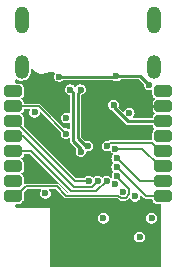
<source format=gbr>
%TF.GenerationSoftware,KiCad,Pcbnew,7.0.6*%
%TF.CreationDate,2023-09-20T23:26:58+02:00*%
%TF.ProjectId,epi_ESP32 (2023_01_16 13_30_41 UTC),6570695f-4553-4503-9332-202832303233,1_1*%
%TF.SameCoordinates,Original*%
%TF.FileFunction,Copper,L4,Bot*%
%TF.FilePolarity,Positive*%
%FSLAX46Y46*%
G04 Gerber Fmt 4.6, Leading zero omitted, Abs format (unit mm)*
G04 Created by KiCad (PCBNEW 7.0.6) date 2023-09-20 23:26:58*
%MOMM*%
%LPD*%
G01*
G04 APERTURE LIST*
G04 Aperture macros list*
%AMRoundRect*
0 Rectangle with rounded corners*
0 $1 Rounding radius*
0 $2 $3 $4 $5 $6 $7 $8 $9 X,Y pos of 4 corners*
0 Add a 4 corners polygon primitive as box body*
4,1,4,$2,$3,$4,$5,$6,$7,$8,$9,$2,$3,0*
0 Add four circle primitives for the rounded corners*
1,1,$1+$1,$2,$3*
1,1,$1+$1,$4,$5*
1,1,$1+$1,$6,$7*
1,1,$1+$1,$8,$9*
0 Add four rect primitives between the rounded corners*
20,1,$1+$1,$2,$3,$4,$5,0*
20,1,$1+$1,$4,$5,$6,$7,0*
20,1,$1+$1,$6,$7,$8,$9,0*
20,1,$1+$1,$8,$9,$2,$3,0*%
G04 Aperture macros list end*
%TA.AperFunction,ComponentPad*%
%ADD10O,1.200000X2.000000*%
%TD*%
%TA.AperFunction,ComponentPad*%
%ADD11O,1.200000X2.300000*%
%TD*%
%TA.AperFunction,ComponentPad*%
%ADD12RoundRect,0.250000X-0.500000X-0.250000X0.500000X-0.250000X0.500000X0.250000X-0.500000X0.250000X0*%
%TD*%
%TA.AperFunction,ViaPad*%
%ADD13C,0.600000*%
%TD*%
%TA.AperFunction,Conductor*%
%ADD14C,0.130000*%
%TD*%
%TA.AperFunction,Conductor*%
%ADD15C,0.250000*%
%TD*%
%TA.AperFunction,Conductor*%
%ADD16C,0.230000*%
%TD*%
G04 APERTURE END LIST*
D10*
%TO.P,J3,S1,SHIELD*%
%TO.N,unconnected-(J3-SHIELD-PadS1)*%
X109840000Y-55105000D03*
D11*
X109840000Y-51105000D03*
D10*
X98640000Y-55105000D03*
D11*
X98640000Y-51105000D03*
%TD*%
D12*
%TO.P,J2,1,Pin_1*%
%TO.N,+3.3V*%
X110592518Y-57150000D03*
%TO.P,J2,2,Pin_2*%
%TO.N,GND*%
X110592518Y-58420000D03*
%TO.P,J2,3,Pin_3*%
%TO.N,VCC*%
X110592518Y-59690000D03*
%TO.P,J2,4,Pin_4*%
%TO.N,EN*%
X110592518Y-60960000D03*
%TO.P,J2,5,Pin_5*%
%TO.N,BOOT*%
X110592518Y-62230000D03*
%TO.P,J2,6,Pin_6*%
%TO.N,IO8*%
X110592518Y-63500000D03*
%TO.P,J2,7,Pin_7*%
%TO.N,IO7*%
X110592518Y-64770000D03*
%TO.P,J2,8,Pin_8*%
%TO.N,IO6*%
X110592518Y-66040000D03*
%TD*%
%TO.P,J1,1,Pin_1*%
%TO.N,U0TXD*%
X97892518Y-57150000D03*
%TO.P,J1,2,Pin_2*%
%TO.N,U0RXD*%
X97892518Y-58420000D03*
%TO.P,J1,3,Pin_3*%
%TO.N,IO0*%
X97892518Y-59690000D03*
%TO.P,J1,4,Pin_4*%
%TO.N,IO1*%
X97892518Y-60960000D03*
%TO.P,J1,5,Pin_5*%
%TO.N,IO2*%
X97892518Y-62230000D03*
%TO.P,J1,6,Pin_6*%
%TO.N,IO3*%
X97892518Y-63500000D03*
%TO.P,J1,7,Pin_7*%
%TO.N,IO4*%
X97892518Y-64770000D03*
%TO.P,J1,8,Pin_8*%
%TO.N,IO5*%
X97892518Y-66040000D03*
%TD*%
D13*
%TO.N,BOOT*%
X108600000Y-69500000D03*
%TO.N,GND*%
X105220036Y-63300000D03*
X109000000Y-71700000D03*
X109800000Y-71700000D03*
X106600000Y-71700000D03*
X108200000Y-71700000D03*
X107400000Y-71700000D03*
%TO.N,IO0*%
X104305281Y-64731900D03*
%TO.N,IO1*%
X105054574Y-64749607D03*
%TO.N,IO2*%
X105804067Y-64745775D03*
%TO.N,+5V*%
X109420036Y-56600000D03*
X106640000Y-55855000D03*
X101820036Y-55900000D03*
%TO.N,GND*%
X103520036Y-70800000D03*
X103120036Y-68000000D03*
X104195036Y-59400000D03*
X105020036Y-71700000D03*
X104720036Y-62800000D03*
X104120036Y-66617081D03*
X98920036Y-66700000D03*
X99220036Y-63500000D03*
X104320036Y-67300000D03*
X104220036Y-71700000D03*
X101320036Y-71200000D03*
X101320036Y-68300000D03*
X102820036Y-67300000D03*
X102620036Y-71700000D03*
X105820036Y-71700000D03*
X104620036Y-69600000D03*
X104220036Y-70400000D03*
X104720036Y-68000000D03*
X102300000Y-69400000D03*
X107420036Y-56500000D03*
X99720036Y-66700000D03*
X105720036Y-63800000D03*
X104820036Y-68800000D03*
X101232134Y-62037902D03*
X105720036Y-62800000D03*
X101820036Y-71700000D03*
X102820036Y-66500000D03*
X101320036Y-66710000D03*
X108985500Y-66900000D03*
X104720036Y-63800000D03*
X100520036Y-66700000D03*
X100020036Y-56100000D03*
X101320036Y-67500000D03*
X106920036Y-67000000D03*
X103420036Y-71700000D03*
X101320036Y-69100000D03*
%TO.N,+3.3V*%
X102405536Y-59400000D03*
X105540036Y-67900000D03*
X109620036Y-67900000D03*
X107720036Y-59000000D03*
X100635036Y-65800000D03*
%TO.N,IO3*%
X107220036Y-65666775D03*
%TO.N,D+*%
X102720036Y-57000000D03*
X103642889Y-62251013D03*
%TO.N,D-*%
X104232169Y-61787867D03*
X103620036Y-57000000D03*
%TO.N,IO4*%
X108223832Y-66040684D03*
%TO.N,IO8*%
X106562914Y-62029500D03*
%TO.N,IO5*%
X106694275Y-64312553D03*
%TO.N,EN*%
X106501815Y-65036924D03*
%TO.N,BOOT*%
X105851172Y-61779520D03*
%TO.N,U0RXD*%
X102370036Y-60725000D03*
%TO.N,IO7*%
X106669536Y-62808045D03*
%TO.N,IO6*%
X106669536Y-63557548D03*
%TO.N,VCC*%
X106400000Y-58300000D03*
X99720036Y-58934500D03*
%TD*%
D14*
%TO.N,IO0*%
X103165210Y-64731900D02*
X98156545Y-59723235D01*
X104305281Y-64731900D02*
X103165210Y-64731900D01*
X98156545Y-59723235D02*
X98156545Y-59689926D01*
%TO.N,IO2*%
X102797990Y-65600000D02*
X99427916Y-62229926D01*
X104949842Y-65600000D02*
X102797990Y-65600000D01*
X105804067Y-64745775D02*
X104949842Y-65600000D01*
X99427916Y-62229926D02*
X98157254Y-62229926D01*
%TO.N,IO7*%
X106669536Y-62808045D02*
X108631907Y-64770416D01*
X108631907Y-64770416D02*
X110342672Y-64770416D01*
%TO.N,IO6*%
X109152400Y-66040412D02*
X110344786Y-66040412D01*
X106669536Y-63557548D02*
X109152400Y-66040412D01*
%TO.N,IO5*%
X99013317Y-65185000D02*
X98158317Y-66040000D01*
X101585000Y-65185000D02*
X99013317Y-65185000D01*
X102385000Y-65985000D02*
X101585000Y-65185000D01*
X107006716Y-66181775D02*
X106809941Y-65985000D01*
X106809941Y-65985000D02*
X102385000Y-65985000D01*
X107735036Y-65453455D02*
X107735036Y-65880095D01*
X107433356Y-66181775D02*
X107006716Y-66181775D01*
X106694275Y-64412694D02*
X107735036Y-65453455D01*
X107735036Y-65880095D02*
X107433356Y-66181775D01*
X106694275Y-64312553D02*
X106694275Y-64412694D01*
D15*
%TO.N,VCC*%
X107597348Y-59690485D02*
X110273425Y-59690485D01*
X106400000Y-58300000D02*
X106400000Y-58493137D01*
X106400000Y-58493137D02*
X107597348Y-59690485D01*
D14*
%TO.N,IO8*%
X110320455Y-63500419D02*
X110340558Y-63500419D01*
X108849536Y-62029500D02*
X110320455Y-63500419D01*
X106562914Y-62029500D02*
X108849536Y-62029500D01*
%TO.N,BOOT*%
X109620036Y-61500000D02*
X110250459Y-62130423D01*
X105851172Y-61779520D02*
X106130692Y-61500000D01*
X106130692Y-61500000D02*
X109620036Y-61500000D01*
%TO.N,IO1*%
X98755906Y-60959926D02*
X98156900Y-60959926D01*
X103042880Y-65246900D02*
X98755906Y-60959926D01*
X105054574Y-64749607D02*
X104557281Y-65246900D01*
X104557281Y-65246900D02*
X103042880Y-65246900D01*
D15*
%TO.N,+5V*%
X101820036Y-55900000D02*
X106595000Y-55900000D01*
X108675036Y-55855000D02*
X106640000Y-55855000D01*
X109420036Y-56600000D02*
X108675036Y-55855000D01*
X106595000Y-55900000D02*
X106640000Y-55855000D01*
%TO.N,GND*%
X109565036Y-58420000D02*
X110075036Y-58420000D01*
D14*
%TO.N,IO3*%
X107220036Y-65666775D02*
X107053261Y-65500000D01*
D16*
%TO.N,D+*%
X102970036Y-61324765D02*
X102970036Y-57250000D01*
X103642889Y-62251013D02*
X103642889Y-61997618D01*
X102970036Y-57250000D02*
X102720036Y-57000000D01*
X103642889Y-61997618D02*
X102970036Y-61324765D01*
%TO.N,D-*%
X104062462Y-61787867D02*
X104232169Y-61787867D01*
X103350036Y-61075441D02*
X104062462Y-61787867D01*
X103620036Y-57000000D02*
X103350036Y-57270000D01*
X103350036Y-57270000D02*
X103350036Y-61075441D01*
D14*
%TO.N,U0RXD*%
X100065036Y-58420000D02*
X98156191Y-58420000D01*
X102370036Y-60725000D02*
X100065036Y-58420000D01*
%TD*%
%TA.AperFunction,Conductor*%
%TO.N,GND*%
G36*
X100290222Y-65419245D02*
G01*
X100308967Y-65464500D01*
X100293335Y-65506411D01*
X100252154Y-65553936D01*
X100252152Y-65553939D01*
X100198339Y-65671771D01*
X100179903Y-65800000D01*
X100198339Y-65928228D01*
X100252152Y-66046060D01*
X100252154Y-66046063D01*
X100331212Y-66137303D01*
X100336987Y-66143967D01*
X100445967Y-66214004D01*
X100570264Y-66250500D01*
X100570265Y-66250500D01*
X100699807Y-66250500D01*
X100699808Y-66250500D01*
X100824105Y-66214004D01*
X100933085Y-66143967D01*
X101017918Y-66046063D01*
X101071733Y-65928226D01*
X101090169Y-65800000D01*
X101071733Y-65671774D01*
X101069451Y-65666778D01*
X101017919Y-65553939D01*
X101017917Y-65553936D01*
X100976737Y-65506411D01*
X100961268Y-65459934D01*
X100983194Y-65416132D01*
X101025105Y-65400500D01*
X101469227Y-65400500D01*
X101514482Y-65419245D01*
X102228038Y-66132801D01*
X102229191Y-66134016D01*
X102255501Y-66163237D01*
X102277254Y-66172922D01*
X102286079Y-66177713D01*
X102306047Y-66190681D01*
X102309944Y-66191298D01*
X102314942Y-66192090D01*
X102330962Y-66196835D01*
X102339194Y-66200500D01*
X102363006Y-66200500D01*
X102373017Y-66201288D01*
X102396530Y-66205012D01*
X102404031Y-66203002D01*
X102405230Y-66202681D01*
X102421794Y-66200500D01*
X106694168Y-66200500D01*
X106739423Y-66219245D01*
X106849754Y-66329576D01*
X106850907Y-66330791D01*
X106877217Y-66360012D01*
X106877218Y-66360012D01*
X106877219Y-66360013D01*
X106898970Y-66369697D01*
X106907795Y-66374488D01*
X106927763Y-66387456D01*
X106931135Y-66387990D01*
X106936658Y-66388865D01*
X106952678Y-66393610D01*
X106960910Y-66397275D01*
X106984722Y-66397275D01*
X106994733Y-66398063D01*
X107018246Y-66401787D01*
X107025747Y-66399777D01*
X107026946Y-66399456D01*
X107043510Y-66397275D01*
X107426883Y-66397275D01*
X107428552Y-66397318D01*
X107467821Y-66399377D01*
X107490060Y-66390839D01*
X107499671Y-66387992D01*
X107522966Y-66383042D01*
X107530254Y-66377745D01*
X107544938Y-66369774D01*
X107545139Y-66369697D01*
X107553348Y-66366546D01*
X107570191Y-66349702D01*
X107577820Y-66343186D01*
X107597081Y-66329194D01*
X107601584Y-66321393D01*
X107611751Y-66308141D01*
X107710622Y-66209270D01*
X107755876Y-66190526D01*
X107801131Y-66209271D01*
X107814092Y-66227939D01*
X107840948Y-66286744D01*
X107840950Y-66286747D01*
X107919801Y-66377748D01*
X107925783Y-66384651D01*
X108034763Y-66454688D01*
X108159060Y-66491184D01*
X108159061Y-66491184D01*
X108288603Y-66491184D01*
X108288604Y-66491184D01*
X108412901Y-66454688D01*
X108521881Y-66384651D01*
X108606714Y-66286747D01*
X108660529Y-66168910D01*
X108678965Y-66040684D01*
X108677961Y-66033704D01*
X108690072Y-65986243D01*
X108732197Y-65961246D01*
X108779660Y-65973357D01*
X108786564Y-65979339D01*
X108995438Y-66188213D01*
X108996591Y-66189428D01*
X109022901Y-66218649D01*
X109022902Y-66218649D01*
X109022903Y-66218650D01*
X109043767Y-66227939D01*
X109044654Y-66228334D01*
X109053479Y-66233125D01*
X109073447Y-66246093D01*
X109077344Y-66246710D01*
X109082342Y-66247502D01*
X109098362Y-66252247D01*
X109106594Y-66255912D01*
X109130406Y-66255912D01*
X109140417Y-66256700D01*
X109163930Y-66260424D01*
X109171431Y-66258414D01*
X109172630Y-66258093D01*
X109189194Y-66255912D01*
X109628019Y-66255912D01*
X109673274Y-66274657D01*
X109691649Y-66319019D01*
X109691821Y-66319006D01*
X109691862Y-66319534D01*
X109692019Y-66319912D01*
X109692019Y-66321518D01*
X109698904Y-66364992D01*
X109704349Y-66399377D01*
X109706872Y-66415304D01*
X109764468Y-66528342D01*
X109854176Y-66618050D01*
X109967214Y-66675646D01*
X110060999Y-66690500D01*
X110346473Y-66690499D01*
X110391728Y-66709244D01*
X110410473Y-66754392D01*
X110419095Y-71935393D01*
X110400425Y-71980679D01*
X110355202Y-71999500D01*
X101084036Y-71999500D01*
X101038781Y-71980755D01*
X101020036Y-71935500D01*
X101020036Y-69500000D01*
X108144867Y-69500000D01*
X108163303Y-69628228D01*
X108217116Y-69746060D01*
X108217118Y-69746063D01*
X108301951Y-69843967D01*
X108410931Y-69914004D01*
X108535228Y-69950500D01*
X108535229Y-69950500D01*
X108664771Y-69950500D01*
X108664772Y-69950500D01*
X108789069Y-69914004D01*
X108898049Y-69843967D01*
X108982882Y-69746063D01*
X109036697Y-69628226D01*
X109055133Y-69500000D01*
X109036697Y-69371774D01*
X108982882Y-69253937D01*
X108898049Y-69156033D01*
X108898048Y-69156032D01*
X108789069Y-69085996D01*
X108664772Y-69049500D01*
X108535228Y-69049500D01*
X108410931Y-69085996D01*
X108410929Y-69085996D01*
X108301951Y-69156032D01*
X108301949Y-69156034D01*
X108217118Y-69253936D01*
X108217116Y-69253939D01*
X108163303Y-69371771D01*
X108144867Y-69500000D01*
X101020036Y-69500000D01*
X101020036Y-67900000D01*
X105084903Y-67900000D01*
X105103339Y-68028228D01*
X105157152Y-68146060D01*
X105157154Y-68146063D01*
X105241987Y-68243967D01*
X105350967Y-68314004D01*
X105475264Y-68350500D01*
X105475265Y-68350500D01*
X105604807Y-68350500D01*
X105604808Y-68350500D01*
X105729105Y-68314004D01*
X105838085Y-68243967D01*
X105922918Y-68146063D01*
X105976733Y-68028226D01*
X105995169Y-67900000D01*
X109164903Y-67900000D01*
X109183339Y-68028228D01*
X109237152Y-68146060D01*
X109237154Y-68146063D01*
X109321987Y-68243967D01*
X109430967Y-68314004D01*
X109555264Y-68350500D01*
X109555265Y-68350500D01*
X109684807Y-68350500D01*
X109684808Y-68350500D01*
X109809105Y-68314004D01*
X109918085Y-68243967D01*
X110002918Y-68146063D01*
X110056733Y-68028226D01*
X110075169Y-67900000D01*
X110056733Y-67771774D01*
X110002918Y-67653937D01*
X109918085Y-67556033D01*
X109918084Y-67556032D01*
X109809105Y-67485996D01*
X109684808Y-67449500D01*
X109555264Y-67449500D01*
X109430967Y-67485996D01*
X109430965Y-67485996D01*
X109321987Y-67556032D01*
X109321985Y-67556034D01*
X109237154Y-67653936D01*
X109237152Y-67653939D01*
X109183339Y-67771771D01*
X109164903Y-67900000D01*
X105995169Y-67900000D01*
X105976733Y-67771774D01*
X105922918Y-67653937D01*
X105838085Y-67556033D01*
X105838084Y-67556032D01*
X105729105Y-67485996D01*
X105604808Y-67449500D01*
X105475264Y-67449500D01*
X105350967Y-67485996D01*
X105350965Y-67485996D01*
X105241987Y-67556032D01*
X105241985Y-67556034D01*
X105157154Y-67653936D01*
X105157152Y-67653939D01*
X105103339Y-67771771D01*
X105084903Y-67900000D01*
X101020036Y-67900000D01*
X101020036Y-67000000D01*
X98158067Y-67000000D01*
X98112812Y-66981255D01*
X98094067Y-66936018D01*
X98094016Y-66754517D01*
X98112748Y-66709257D01*
X98157998Y-66690499D01*
X98424035Y-66690499D01*
X98424036Y-66690499D01*
X98517822Y-66675646D01*
X98630856Y-66618052D01*
X98630857Y-66618052D01*
X98630857Y-66618051D01*
X98630860Y-66618050D01*
X98720568Y-66528342D01*
X98778164Y-66415304D01*
X98793018Y-66321519D01*
X98793017Y-65758482D01*
X98791497Y-65748889D01*
X98802930Y-65701263D01*
X98809447Y-65693631D01*
X99083834Y-65419245D01*
X99129090Y-65400500D01*
X100244967Y-65400500D01*
X100290222Y-65419245D01*
G37*
%TD.AperFunction*%
%TA.AperFunction,Conductor*%
G36*
X99357398Y-62464171D02*
G01*
X102553472Y-65660245D01*
X102572217Y-65705500D01*
X102553472Y-65750755D01*
X102508217Y-65769500D01*
X102500773Y-65769500D01*
X102455518Y-65750755D01*
X101741960Y-65037197D01*
X101740807Y-65035982D01*
X101726981Y-65020627D01*
X101714497Y-65006762D01*
X101714494Y-65006761D01*
X101714494Y-65006760D01*
X101714495Y-65006760D01*
X101692741Y-64997074D01*
X101683919Y-64992284D01*
X101663951Y-64979318D01*
X101663953Y-64979318D01*
X101655051Y-64977908D01*
X101639038Y-64973165D01*
X101630806Y-64969500D01*
X101630805Y-64969500D01*
X101606994Y-64969500D01*
X101596983Y-64968712D01*
X101588680Y-64967397D01*
X101573470Y-64964988D01*
X101573469Y-64964988D01*
X101564770Y-64967319D01*
X101548206Y-64969500D01*
X99019798Y-64969500D01*
X99018129Y-64969456D01*
X99011739Y-64969121D01*
X98978850Y-64967397D01*
X98956616Y-64975932D01*
X98946991Y-64978783D01*
X98923708Y-64983732D01*
X98923706Y-64983733D01*
X98916416Y-64989029D01*
X98901741Y-64996997D01*
X98893324Y-65000228D01*
X98891871Y-65001172D01*
X98889929Y-65001531D01*
X98887048Y-65002638D01*
X98886842Y-65002103D01*
X98843707Y-65010096D01*
X98803340Y-64982349D01*
X98793017Y-64947497D01*
X98793017Y-64488482D01*
X98778164Y-64394696D01*
X98720568Y-64281658D01*
X98630860Y-64191950D01*
X98630855Y-64191947D01*
X98626782Y-64188987D01*
X98627530Y-64187957D01*
X98599191Y-64154769D01*
X98603040Y-64105937D01*
X98627283Y-64081702D01*
X98626782Y-64081013D01*
X98630857Y-64078052D01*
X98630857Y-64078051D01*
X98630860Y-64078050D01*
X98720568Y-63988342D01*
X98778164Y-63875304D01*
X98793018Y-63781519D01*
X98793017Y-63218482D01*
X98778164Y-63124696D01*
X98720568Y-63011658D01*
X98630860Y-62921950D01*
X98630855Y-62921947D01*
X98626782Y-62918987D01*
X98627531Y-62917955D01*
X98599195Y-62884781D01*
X98603035Y-62835948D01*
X98627281Y-62811701D01*
X98626782Y-62811013D01*
X98630857Y-62808052D01*
X98630857Y-62808051D01*
X98630860Y-62808050D01*
X98720568Y-62718342D01*
X98778164Y-62605304D01*
X98793018Y-62511519D01*
X98793018Y-62509426D01*
X98811763Y-62464171D01*
X98857018Y-62445426D01*
X99312143Y-62445426D01*
X99357398Y-62464171D01*
G37*
%TD.AperFunction*%
%TA.AperFunction,Conductor*%
G36*
X99499755Y-55222084D02*
G01*
X99508514Y-55233011D01*
X99525335Y-55259483D01*
X99541315Y-55284632D01*
X99665388Y-55415587D01*
X99673954Y-55424628D01*
X99830912Y-55536688D01*
X100006397Y-55616675D01*
X100193938Y-55661639D01*
X100193937Y-55661639D01*
X100201563Y-55661966D01*
X100386615Y-55669921D01*
X100577322Y-55641216D01*
X100759024Y-55576583D01*
X100765602Y-55572700D01*
X100779700Y-55564382D01*
X100812226Y-55555500D01*
X101383208Y-55555500D01*
X101428463Y-55574245D01*
X101447208Y-55619500D01*
X101438406Y-55649477D01*
X101439055Y-55649774D01*
X101383339Y-55771771D01*
X101364903Y-55900000D01*
X101383339Y-56028228D01*
X101437152Y-56146060D01*
X101437154Y-56146063D01*
X101482860Y-56198812D01*
X101521987Y-56243967D01*
X101630967Y-56314004D01*
X101755264Y-56350500D01*
X101755265Y-56350500D01*
X101884807Y-56350500D01*
X101884808Y-56350500D01*
X102009105Y-56314004D01*
X102118085Y-56243967D01*
X102158271Y-56197588D01*
X102202073Y-56175663D01*
X102206639Y-56175500D01*
X106292389Y-56175500D01*
X106337644Y-56194245D01*
X106340758Y-56197591D01*
X106341947Y-56198963D01*
X106341949Y-56198965D01*
X106341951Y-56198967D01*
X106450931Y-56269004D01*
X106575228Y-56305500D01*
X106575229Y-56305500D01*
X106704771Y-56305500D01*
X106704772Y-56305500D01*
X106829069Y-56269004D01*
X106938049Y-56198967D01*
X106978235Y-56152588D01*
X107022037Y-56130663D01*
X107026603Y-56130500D01*
X108534410Y-56130500D01*
X108579665Y-56149245D01*
X108950485Y-56520065D01*
X108969230Y-56565320D01*
X108968579Y-56574426D01*
X108964903Y-56599998D01*
X108983339Y-56728228D01*
X109037152Y-56846060D01*
X109037154Y-56846063D01*
X109121987Y-56943967D01*
X109230967Y-57014004D01*
X109355264Y-57050500D01*
X109355265Y-57050500D01*
X109484806Y-57050500D01*
X109484808Y-57050500D01*
X109609105Y-57014004D01*
X109609107Y-57014002D01*
X109609987Y-57013744D01*
X109658690Y-57018981D01*
X109689426Y-57057121D01*
X109692018Y-57075152D01*
X109692018Y-57431516D01*
X109700046Y-57482205D01*
X109706872Y-57525304D01*
X109764468Y-57638342D01*
X109854176Y-57728050D01*
X109875642Y-57738987D01*
X109907454Y-57776234D01*
X109903612Y-57825067D01*
X109874697Y-57853509D01*
X109868655Y-57856462D01*
X109778980Y-57946137D01*
X109723280Y-58060073D01*
X109723278Y-58060078D01*
X109712518Y-58133938D01*
X109712518Y-58706054D01*
X109723280Y-58779927D01*
X109778980Y-58893862D01*
X109868655Y-58983537D01*
X109874692Y-58986488D01*
X109907118Y-59023203D01*
X109904086Y-59072092D01*
X109875644Y-59101011D01*
X109854177Y-59111949D01*
X109764466Y-59201660D01*
X109764465Y-59201662D01*
X109706874Y-59314690D01*
X109706871Y-59314698D01*
X109699539Y-59360996D01*
X109673946Y-59402762D01*
X109636327Y-59414985D01*
X108096688Y-59414985D01*
X108051433Y-59396240D01*
X108032688Y-59350985D01*
X108048320Y-59309075D01*
X108087624Y-59263713D01*
X108102918Y-59246063D01*
X108156733Y-59128226D01*
X108175169Y-59000000D01*
X108156733Y-58871774D01*
X108154521Y-58866931D01*
X108102919Y-58753939D01*
X108102917Y-58753936D01*
X108068315Y-58714003D01*
X108018085Y-58656033D01*
X108018084Y-58656032D01*
X107909105Y-58585996D01*
X107905737Y-58585007D01*
X107784808Y-58549500D01*
X107655264Y-58549500D01*
X107530967Y-58585996D01*
X107530965Y-58585996D01*
X107421987Y-58656032D01*
X107421985Y-58656034D01*
X107337154Y-58753936D01*
X107337152Y-58753939D01*
X107285549Y-58866931D01*
X107249698Y-58900309D01*
X107200746Y-58898560D01*
X107182078Y-58885599D01*
X106833007Y-58536528D01*
X106814262Y-58491273D01*
X106820046Y-58464686D01*
X106836696Y-58428228D01*
X106836695Y-58428228D01*
X106836697Y-58428226D01*
X106855133Y-58300000D01*
X106836697Y-58171774D01*
X106822414Y-58140500D01*
X106782883Y-58053939D01*
X106782881Y-58053936D01*
X106698050Y-57956034D01*
X106698048Y-57956032D01*
X106589069Y-57885996D01*
X106464772Y-57849500D01*
X106335228Y-57849500D01*
X106210931Y-57885996D01*
X106210929Y-57885996D01*
X106101951Y-57956032D01*
X106101949Y-57956034D01*
X106017118Y-58053936D01*
X106017116Y-58053939D01*
X105963303Y-58171771D01*
X105944867Y-58300000D01*
X105963303Y-58428228D01*
X106017116Y-58546060D01*
X106017118Y-58546063D01*
X106101951Y-58643967D01*
X106210931Y-58714004D01*
X106224022Y-58717847D01*
X106251247Y-58734000D01*
X107378897Y-59861650D01*
X107386855Y-59871348D01*
X107398721Y-59889106D01*
X107398722Y-59889107D01*
X107398724Y-59889109D01*
X107421724Y-59904477D01*
X107421726Y-59904479D01*
X107436025Y-59914033D01*
X107489853Y-59950000D01*
X107489855Y-59950001D01*
X107573290Y-59966597D01*
X107573296Y-59966597D01*
X107597348Y-59971382D01*
X107618297Y-59967214D01*
X107630783Y-59965985D01*
X109636481Y-59965985D01*
X109681736Y-59984730D01*
X109699693Y-60019974D01*
X109699909Y-60021341D01*
X109706872Y-60065304D01*
X109764468Y-60178342D01*
X109854176Y-60268050D01*
X109854181Y-60268052D01*
X109858254Y-60271013D01*
X109857504Y-60272043D01*
X109885842Y-60305225D01*
X109881998Y-60354057D01*
X109857754Y-60378300D01*
X109858254Y-60378987D01*
X109854178Y-60381948D01*
X109764466Y-60471660D01*
X109764465Y-60471662D01*
X109706874Y-60584690D01*
X109706871Y-60584697D01*
X109692018Y-60678483D01*
X109692018Y-61218280D01*
X109673273Y-61263535D01*
X109628018Y-61282280D01*
X109618010Y-61281493D01*
X109612043Y-61280548D01*
X109608506Y-61279988D01*
X109608505Y-61279988D01*
X109599806Y-61282319D01*
X109583242Y-61284500D01*
X106137165Y-61284500D01*
X106135495Y-61284456D01*
X106096227Y-61282398D01*
X106096226Y-61282398D01*
X106073996Y-61290931D01*
X106064370Y-61293782D01*
X106041082Y-61298732D01*
X106041078Y-61298734D01*
X106033789Y-61304030D01*
X106019112Y-61311999D01*
X106010700Y-61315228D01*
X106010699Y-61315228D01*
X106005380Y-61320548D01*
X105960124Y-61339291D01*
X105942098Y-61336699D01*
X105937347Y-61335304D01*
X105915944Y-61329020D01*
X105786400Y-61329020D01*
X105662103Y-61365516D01*
X105662101Y-61365516D01*
X105553123Y-61435552D01*
X105553121Y-61435554D01*
X105468290Y-61533456D01*
X105468288Y-61533459D01*
X105414475Y-61651291D01*
X105396039Y-61779520D01*
X105414475Y-61907748D01*
X105468288Y-62025580D01*
X105468290Y-62025583D01*
X105552514Y-62122785D01*
X105553123Y-62123487D01*
X105662103Y-62193524D01*
X105786400Y-62230020D01*
X105786401Y-62230020D01*
X105915943Y-62230020D01*
X105915944Y-62230020D01*
X106040241Y-62193524D01*
X106057213Y-62182616D01*
X106105416Y-62173918D01*
X106145653Y-62201853D01*
X106150030Y-62209869D01*
X106180030Y-62275560D01*
X106180032Y-62275563D01*
X106264863Y-62373465D01*
X106264865Y-62373467D01*
X106321646Y-62409958D01*
X106349582Y-62450194D01*
X106340885Y-62498399D01*
X106335414Y-62505708D01*
X106286654Y-62561981D01*
X106286652Y-62561984D01*
X106232839Y-62679816D01*
X106214403Y-62808044D01*
X106232839Y-62936273D01*
X106286652Y-63054105D01*
X106286654Y-63054108D01*
X106361845Y-63140885D01*
X106377314Y-63187362D01*
X106361846Y-63224706D01*
X106286654Y-63311484D01*
X106286652Y-63311487D01*
X106232839Y-63429319D01*
X106214403Y-63557547D01*
X106232839Y-63685776D01*
X106286652Y-63803608D01*
X106286654Y-63803611D01*
X106374484Y-63904974D01*
X106373190Y-63906095D01*
X106392368Y-63944418D01*
X106376900Y-63990888D01*
X106311393Y-64066489D01*
X106311391Y-64066492D01*
X106257578Y-64184324D01*
X106239142Y-64312553D01*
X106250768Y-64393415D01*
X106238653Y-64440877D01*
X106196527Y-64465872D01*
X106149065Y-64453757D01*
X106139051Y-64444434D01*
X106102117Y-64401809D01*
X106102115Y-64401807D01*
X105993136Y-64331771D01*
X105945881Y-64317896D01*
X105868839Y-64295275D01*
X105739295Y-64295275D01*
X105614998Y-64331771D01*
X105614996Y-64331771D01*
X105506022Y-64401804D01*
X105506019Y-64401806D01*
X105476027Y-64436419D01*
X105432225Y-64458344D01*
X105385748Y-64442874D01*
X105379292Y-64436418D01*
X105352624Y-64405641D01*
X105352618Y-64405636D01*
X105243643Y-64335603D01*
X105183337Y-64317896D01*
X105119346Y-64299107D01*
X104989802Y-64299107D01*
X104865505Y-64335603D01*
X104865503Y-64335603D01*
X104756529Y-64405636D01*
X104756525Y-64405639D01*
X104735964Y-64429367D01*
X104692161Y-64451291D01*
X104645685Y-64435820D01*
X104639229Y-64429364D01*
X104635982Y-64425617D01*
X104603330Y-64387933D01*
X104603329Y-64387932D01*
X104494350Y-64317896D01*
X104476153Y-64312553D01*
X104370053Y-64281400D01*
X104240509Y-64281400D01*
X104116212Y-64317896D01*
X104116210Y-64317896D01*
X104007232Y-64387932D01*
X104007230Y-64387934D01*
X103922397Y-64485837D01*
X103921650Y-64487001D01*
X103920996Y-64487454D01*
X103919401Y-64489296D01*
X103918931Y-64488888D01*
X103881414Y-64514938D01*
X103867810Y-64516400D01*
X103280983Y-64516400D01*
X103235728Y-64497655D01*
X98804669Y-60066596D01*
X98785924Y-60021341D01*
X98786711Y-60011335D01*
X98793018Y-59971519D01*
X98793017Y-59408482D01*
X98778164Y-59314696D01*
X98720568Y-59201658D01*
X98630860Y-59111950D01*
X98630855Y-59111947D01*
X98626782Y-59108987D01*
X98627530Y-59107957D01*
X98599191Y-59074769D01*
X98603040Y-59025937D01*
X98627283Y-59001702D01*
X98626782Y-59001013D01*
X98630857Y-58998052D01*
X98630857Y-58998051D01*
X98630860Y-58998050D01*
X98720568Y-58908342D01*
X98778164Y-58795304D01*
X98793018Y-58701519D01*
X98793018Y-58699500D01*
X98793214Y-58699025D01*
X98793216Y-58699007D01*
X98793222Y-58699007D01*
X98811763Y-58654245D01*
X98857018Y-58635500D01*
X99261743Y-58635500D01*
X99306998Y-58654245D01*
X99325743Y-58699500D01*
X99319959Y-58726087D01*
X99283339Y-58806271D01*
X99264903Y-58934500D01*
X99283339Y-59062728D01*
X99337152Y-59180560D01*
X99337154Y-59180563D01*
X99416187Y-59271774D01*
X99421987Y-59278467D01*
X99530967Y-59348504D01*
X99655264Y-59385000D01*
X99655265Y-59385000D01*
X99784807Y-59385000D01*
X99784808Y-59385000D01*
X99909105Y-59348504D01*
X100018085Y-59278467D01*
X100102918Y-59180563D01*
X100156733Y-59062726D01*
X100169494Y-58973968D01*
X100194488Y-58931845D01*
X100241950Y-58919730D01*
X100278097Y-58937824D01*
X101911152Y-60570879D01*
X101929897Y-60616134D01*
X101929246Y-60625242D01*
X101914903Y-60724999D01*
X101933339Y-60853228D01*
X101987152Y-60971060D01*
X101987154Y-60971063D01*
X102071987Y-61068967D01*
X102180967Y-61139004D01*
X102305264Y-61175500D01*
X102305265Y-61175500D01*
X102434807Y-61175500D01*
X102434808Y-61175500D01*
X102559105Y-61139004D01*
X102605935Y-61108907D01*
X102654140Y-61100211D01*
X102694376Y-61128147D01*
X102704536Y-61162748D01*
X102704536Y-61292311D01*
X102703306Y-61304796D01*
X102699334Y-61324765D01*
X102710592Y-61381362D01*
X102714296Y-61399979D01*
X102719941Y-61428358D01*
X102719942Y-61428360D01*
X102778619Y-61516178D01*
X102778620Y-61516179D01*
X102795547Y-61527489D01*
X102805246Y-61535449D01*
X103233206Y-61963409D01*
X103251951Y-62008664D01*
X103246168Y-62035250D01*
X103206192Y-62122785D01*
X103187756Y-62251013D01*
X103206192Y-62379241D01*
X103260005Y-62497073D01*
X103260007Y-62497076D01*
X103316247Y-62561982D01*
X103344840Y-62594980D01*
X103453820Y-62665017D01*
X103578117Y-62701513D01*
X103578118Y-62701513D01*
X103707660Y-62701513D01*
X103707661Y-62701513D01*
X103831958Y-62665017D01*
X103940938Y-62594980D01*
X104025771Y-62497076D01*
X104079586Y-62379239D01*
X104092100Y-62292195D01*
X104117094Y-62250073D01*
X104162820Y-62238401D01*
X104162820Y-62238367D01*
X104162954Y-62238367D01*
X104164556Y-62237958D01*
X104164557Y-62237959D01*
X104167395Y-62238367D01*
X104167397Y-62238367D01*
X104296940Y-62238367D01*
X104296941Y-62238367D01*
X104421238Y-62201871D01*
X104530218Y-62131834D01*
X104615051Y-62033930D01*
X104668866Y-61916093D01*
X104687302Y-61787867D01*
X104668866Y-61659641D01*
X104664000Y-61648987D01*
X104615052Y-61541806D01*
X104615050Y-61541803D01*
X104614962Y-61541702D01*
X104530218Y-61443900D01*
X104530217Y-61443899D01*
X104421238Y-61373863D01*
X104421237Y-61373863D01*
X104296941Y-61337367D01*
X104167397Y-61337367D01*
X104064716Y-61367515D01*
X104016015Y-61362279D01*
X104001432Y-61351363D01*
X103634281Y-60984212D01*
X103615536Y-60938957D01*
X103615536Y-57514500D01*
X103634281Y-57469245D01*
X103679536Y-57450500D01*
X103684807Y-57450500D01*
X103684808Y-57450500D01*
X103809105Y-57414004D01*
X103918085Y-57343967D01*
X104002918Y-57246063D01*
X104056733Y-57128226D01*
X104075169Y-57000000D01*
X104056733Y-56871774D01*
X104012398Y-56774696D01*
X104002919Y-56753939D01*
X104002917Y-56753936D01*
X103918086Y-56656034D01*
X103918084Y-56656032D01*
X103809105Y-56585996D01*
X103769700Y-56574426D01*
X103684808Y-56549500D01*
X103555264Y-56549500D01*
X103430967Y-56585996D01*
X103430965Y-56585996D01*
X103321987Y-56656032D01*
X103321985Y-56656034D01*
X103237154Y-56753936D01*
X103237154Y-56753937D01*
X103228252Y-56773429D01*
X103192400Y-56806806D01*
X103143448Y-56805057D01*
X103111820Y-56773429D01*
X103110366Y-56770246D01*
X103102918Y-56753937D01*
X103060501Y-56704984D01*
X103018086Y-56656034D01*
X103018084Y-56656032D01*
X102909105Y-56585996D01*
X102869700Y-56574426D01*
X102784808Y-56549500D01*
X102655264Y-56549500D01*
X102530967Y-56585996D01*
X102530965Y-56585996D01*
X102421987Y-56656032D01*
X102421985Y-56656034D01*
X102337154Y-56753936D01*
X102337152Y-56753939D01*
X102283339Y-56871771D01*
X102264903Y-57000000D01*
X102283339Y-57128228D01*
X102337152Y-57246060D01*
X102337154Y-57246063D01*
X102421987Y-57343967D01*
X102530967Y-57414004D01*
X102655264Y-57450500D01*
X102655266Y-57450500D01*
X102658566Y-57451469D01*
X102696707Y-57482205D01*
X102704536Y-57512877D01*
X102704536Y-58939437D01*
X102685791Y-58984692D01*
X102640536Y-59003437D01*
X102605936Y-58993278D01*
X102594605Y-58985996D01*
X102470308Y-58949500D01*
X102340764Y-58949500D01*
X102216467Y-58985996D01*
X102216465Y-58985996D01*
X102107487Y-59056032D01*
X102107485Y-59056034D01*
X102022654Y-59153936D01*
X102022652Y-59153939D01*
X101968839Y-59271771D01*
X101950403Y-59400000D01*
X101968839Y-59528228D01*
X102022652Y-59646060D01*
X102022654Y-59646063D01*
X102106535Y-59742869D01*
X102107487Y-59743967D01*
X102216467Y-59814004D01*
X102340764Y-59850500D01*
X102340765Y-59850500D01*
X102470307Y-59850500D01*
X102470308Y-59850500D01*
X102594605Y-59814004D01*
X102605935Y-59806722D01*
X102654138Y-59798024D01*
X102694375Y-59825959D01*
X102704536Y-59860562D01*
X102704536Y-60287251D01*
X102685791Y-60332506D01*
X102640536Y-60351251D01*
X102605936Y-60341092D01*
X102588732Y-60330036D01*
X102559105Y-60310996D01*
X102434808Y-60274500D01*
X102305264Y-60274500D01*
X102279109Y-60282179D01*
X102230407Y-60276942D01*
X102215825Y-60266026D01*
X100221996Y-58272197D01*
X100220843Y-58270982D01*
X100206446Y-58254993D01*
X100194533Y-58241762D01*
X100194530Y-58241761D01*
X100194530Y-58241760D01*
X100194531Y-58241760D01*
X100172777Y-58232074D01*
X100163955Y-58227284D01*
X100143987Y-58214318D01*
X100143989Y-58214318D01*
X100135087Y-58212908D01*
X100119074Y-58208165D01*
X100110842Y-58204500D01*
X100110841Y-58204500D01*
X100087030Y-58204500D01*
X100077019Y-58203712D01*
X100071622Y-58202857D01*
X100053506Y-58199988D01*
X100053505Y-58199988D01*
X100044806Y-58202319D01*
X100028242Y-58204500D01*
X98857017Y-58204500D01*
X98811762Y-58185755D01*
X98793221Y-58140993D01*
X98793215Y-58140994D01*
X98793213Y-58140974D01*
X98793017Y-58140500D01*
X98793017Y-58138483D01*
X98792297Y-58133938D01*
X98778164Y-58044696D01*
X98720568Y-57931658D01*
X98630860Y-57841950D01*
X98630855Y-57841947D01*
X98626782Y-57838987D01*
X98627531Y-57837955D01*
X98599195Y-57804781D01*
X98603035Y-57755948D01*
X98627281Y-57731701D01*
X98626782Y-57731013D01*
X98630857Y-57728052D01*
X98630857Y-57728051D01*
X98630860Y-57728050D01*
X98720568Y-57638342D01*
X98778164Y-57525304D01*
X98793018Y-57431519D01*
X98793017Y-56868482D01*
X98778164Y-56774696D01*
X98720568Y-56661658D01*
X98630860Y-56571950D01*
X98630855Y-56571947D01*
X98517827Y-56514356D01*
X98517820Y-56514353D01*
X98462503Y-56505592D01*
X98424037Y-56499500D01*
X98424034Y-56499500D01*
X98155137Y-56499500D01*
X98109882Y-56480755D01*
X98091137Y-56435518D01*
X98091103Y-56314003D01*
X98091061Y-56165539D01*
X98109793Y-56120282D01*
X98155043Y-56101524D01*
X98187061Y-56110098D01*
X98188780Y-56111090D01*
X98188782Y-56111092D01*
X98340719Y-56198812D01*
X98508790Y-56249130D01*
X98683935Y-56259331D01*
X98856711Y-56228865D01*
X99017804Y-56159377D01*
X99158530Y-56054610D01*
X99271302Y-55920214D01*
X99350040Y-55763433D01*
X99390500Y-55592721D01*
X99390500Y-55267339D01*
X99409245Y-55222084D01*
X99454500Y-55203339D01*
X99499755Y-55222084D01*
G37*
%TD.AperFunction*%
%TD*%
M02*

</source>
